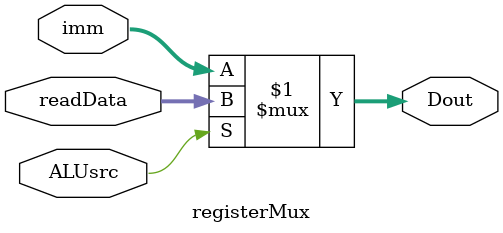
<source format=v>
module registerMux (Dout, ALUsrc, readData, imm);

 input  ALUsrc;
 input  [31:0] readData, imm;
 output [31:0] Dout;
 
 assign Dout = (ALUsrc)? readData : imm;

endmodule 
</source>
